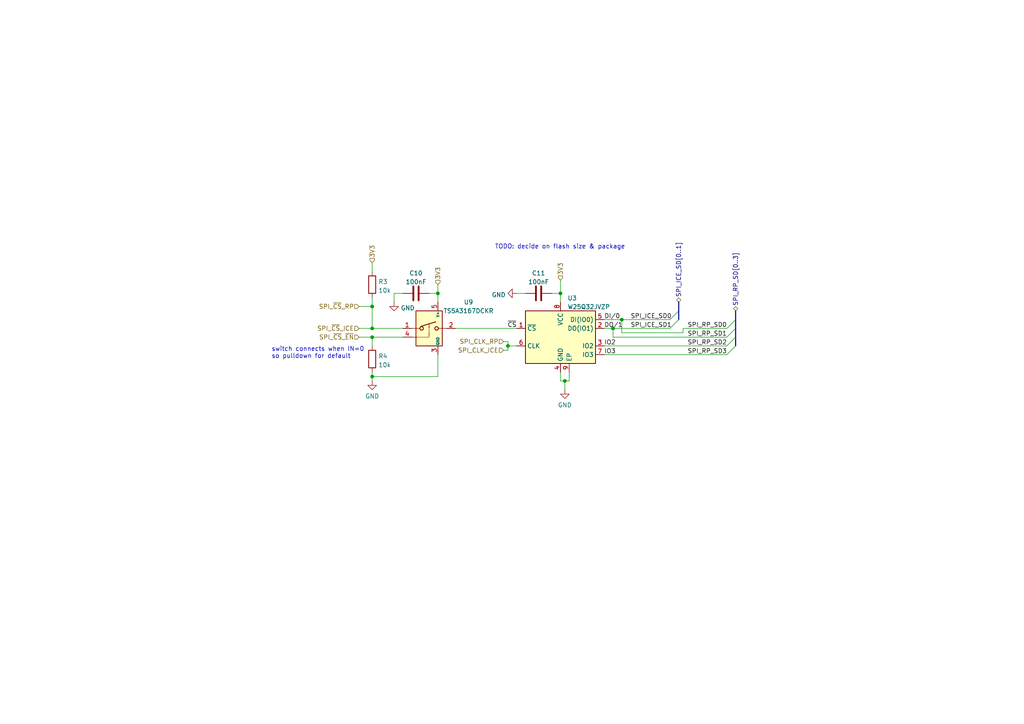
<source format=kicad_sch>
(kicad_sch (version 20211123) (generator eeschema)
  (paper "A4")
  (lib_symbols
    (symbol "Analog_Switch:TS5A3166DCKR" (pin_names (offset 0.127))
      (property "Reference" "U" (at -3.81 6.35 0))
      (property "Value" "TS5A3166DCKR" (at 3.81 -6.35 0))
      (symbol "TS5A3166DCKR_0_1"
        (polyline (pts (xy -5.08 -2.54) (xy -3.302 -2.54)))
        (polyline (pts (xy -3.048 -2.54) (xy -2.794 -2.54)))
        (polyline (pts (xy -2.54 -2.54) (xy -2.286 -2.54)))
        (polyline (pts (xy -2.032 -2.54) (xy -1.778 -2.54)))
        (polyline (pts (xy -1.524 -2.54) (xy -1.27 -2.54)))
        (polyline (pts (xy -1.016 -2.54) (xy -0.762 -2.54)))
        (polyline (pts (xy -0.508 -2.54) (xy -0.254 -2.54)))
        (polyline (pts (xy 0 -2.032) (xy 0 -1.778)))
        (polyline (pts (xy 0 -1.524) (xy 0 -1.27)))
      )
      (symbol "TS5A3166DCKR_1_1"
        (rectangle (start -3.81 5.08) (end 3.81 -5.08) (stroke (width 0.254)) (fill (type background)))
        (circle (center -2.159 0) (radius 0.508) (stroke (width 0.254)))
        (polyline (pts (xy -5.08 0) (xy -2.794 0)))
        (polyline (pts (xy -2.286 0.635) (xy 1.905 1.905)) (stroke (width 0.254)))
        (polyline (pts (xy 0 -2.54) (xy 0 -2.286)))
        (polyline (pts (xy 0 -2.032) (xy 0 -1.778)))
        (polyline (pts (xy 0 -1.524) (xy 0 -1.27)))
        (polyline (pts (xy 0 -1.016) (xy 0 -0.762)))
        (polyline (pts (xy 0 -0.508) (xy 0 -0.254)))
        (polyline (pts (xy 0 0) (xy 0 0.508)))
        (polyline (pts (xy 0 0.254) (xy 0 1.27)))
        (polyline (pts (xy 5.08 0) (xy 2.794 0)))
        (circle (center 2.159 0) (radius 0.508) (stroke (width 0.254)))
        (pin passive line (at -7.62 0 0) (length 2.54) (name "~") (number "1"))
        (pin passive line (at 7.62 0 180) (length 2.54) (name "~") (number "2"))
        (pin power_in line (at 2.54 -7.62 90) (length 2.54) (name "GND") (number "3"))
        (pin input line (at -7.62 -2.54 0) (length 2.54) (name "~") (number "4"))
        (pin power_in line (at 2.54 7.62 270) (length 2.54) (name "V+") (number "5"))
      )
    )
    (symbol "Device:C" (pin_numbers hide) (pin_names (offset 0.254))
      (property "Reference" "C" (at 0.635 2.54 0))
      (property "Value" "C" (at 0.635 -2.54 0))
      (symbol "C_0_1"
        (polyline (pts (xy -2.032 -0.762) (xy 2.032 -0.762)) (stroke (width 0.508)))
        (polyline (pts (xy -2.032 0.762) (xy 2.032 0.762)) (stroke (width 0.508)))
      )
      (symbol "C_1_1"
        (pin passive line (at 0 3.81 270) (length 2.794) (name "~") (number "1"))
        (pin passive line (at 0 -3.81 90) (length 2.794) (name "~") (number "2"))
      )
    )
    (symbol "Device:R" (pin_numbers hide) (pin_names (offset 0))
      (property "Reference" "R" (at 2.032 0 90))
      (property "Value" "R" (at 0 0 90))
      (symbol "R_0_1"
        (rectangle (start -1.016 -2.54) (end 1.016 2.54) (stroke (width 0.254)))
      )
      (symbol "R_1_1"
        (pin passive line (at 0 3.81 270) (length 1.27) (name "~") (number "1"))
        (pin passive line (at 0 -3.81 90) (length 1.27) (name "~") (number "2"))
      )
    )
    (symbol "Memory_Flash:W25Q32JVZP"
      (property "Reference" "U" (at -8.89 8.89 0))
      (property "Value" "W25Q32JVZP" (at 7.62 8.89 0))
      (symbol "W25Q32JVZP_0_1"
        (rectangle (start -10.16 7.62) (end 10.16 -7.62) (stroke (width 0.254)) (fill (type background)))
      )
      (symbol "W25Q32JVZP_1_1"
        (pin input line (at -12.7 2.54 0) (length 2.54) (name "~{CS}") (number "1"))
        (pin bidirectional line (at 12.7 2.54 180) (length 2.54) (name "DO(IO1)") (number "2"))
        (pin bidirectional line (at 12.7 -2.54 180) (length 2.54) (name "IO2") (number "3"))
        (pin power_in line (at 0 -10.16 90) (length 2.54) (name "GND") (number "4"))
        (pin bidirectional line (at 12.7 5.08 180) (length 2.54) (name "DI(IO0)") (number "5"))
        (pin input line (at -12.7 -2.54 0) (length 2.54) (name "CLK") (number "6"))
        (pin bidirectional line (at 12.7 -5.08 180) (length 2.54) (name "IO3") (number "7"))
        (pin power_in line (at 0 10.16 270) (length 2.54) (name "VCC") (number "8"))
        (pin passive line (at 2.54 -10.16 90) (length 2.54) (name "EP") (number "9"))
      )
    )
    (symbol "power:GND" (power) (pin_names (offset 0))
      (property "Value" "GND" (at 0 -3.81 0))
      (symbol "GND_0_1"
        (polyline (pts (xy 0 0) (xy 0 -1.27) (xy 1.27 -1.27) (xy 0 -2.54) (xy -1.27 -1.27) (xy 0 -1.27)))
      )
      (symbol "GND_1_1"
        (pin power_in line (at 0 0 270) (length 0) hide (name "GND") (number "1"))
      )
    )
  )
  (junction (at 107.95 88.9))
  (junction (at 180.34 92.71))
  (junction (at 107.95 95.25))
  (junction (at 107.95 109.22))
  (junction (at 163.83 110.49))
  (junction (at 162.56 85.09))
  (junction (at 177.8 95.25))
  (junction (at 127 85.09))
  (junction (at 107.95 97.79))
  (junction (at 147.32 100.33))
  (bus_entry (at 210.82 100.33) (size 2.54 -2.54))
  (bus_entry (at 210.82 97.79) (size 2.54 -2.54))
  (bus_entry (at 210.82 95.25) (size 2.54 -2.54))
  (bus_entry (at 194.31 95.25) (size 2.54 -2.54))
  (bus_entry (at 194.31 92.71) (size 2.54 -2.54))
  (bus_entry (at 210.82 102.87) (size 2.54 -2.54))
  (wire (pts (xy 147.32 100.33) (xy 149.86 100.33)))
  (wire (pts (xy 165.1 107.95) (xy 165.1 110.49)))
  (wire (pts (xy 165.1 110.49) (xy 163.83 110.49)))
  (wire (pts (xy 107.95 88.9) (xy 107.95 95.25)))
  (wire (pts (xy 104.14 88.9) (xy 107.95 88.9)))
  (wire (pts (xy 127 109.22) (xy 107.95 109.22)))
  (wire (pts (xy 180.34 96.52) (xy 198.12 96.52)))
  (wire (pts (xy 147.32 101.6) (xy 146.05 101.6)))
  (wire (pts (xy 107.95 109.22) (xy 107.95 110.49)))
  (wire (pts (xy 127 82.55) (xy 127 85.09)))
  (wire (pts (xy 160.02 85.09) (xy 162.56 85.09)))
  (wire (pts (xy 114.3 85.09) (xy 114.3 87.63)))
  (bus (pts (xy 196.85 87.63) (xy 196.85 90.17)))
  (wire (pts (xy 132.08 95.25) (xy 149.86 95.25)))
  (wire (pts (xy 177.8 97.79) (xy 210.82 97.79)))
  (wire (pts (xy 124.46 85.09) (xy 127 85.09)))
  (bus (pts (xy 213.36 100.33) (xy 213.36 97.79)))
  (wire (pts (xy 177.8 97.79) (xy 177.8 95.25)))
  (bus (pts (xy 196.85 92.71) (xy 196.85 90.17)))
  (wire (pts (xy 149.86 85.09) (xy 152.4 85.09)))
  (wire (pts (xy 180.34 92.71) (xy 194.31 92.71)))
  (wire (pts (xy 107.95 95.25) (xy 104.14 95.25)))
  (wire (pts (xy 175.26 92.71) (xy 180.34 92.71)))
  (wire (pts (xy 162.56 85.09) (xy 162.56 87.63)))
  (wire (pts (xy 116.84 85.09) (xy 114.3 85.09)))
  (wire (pts (xy 198.12 95.25) (xy 210.82 95.25)))
  (wire (pts (xy 107.95 95.25) (xy 116.84 95.25)))
  (wire (pts (xy 180.34 92.71) (xy 180.34 96.52)))
  (wire (pts (xy 175.26 102.87) (xy 210.82 102.87)))
  (wire (pts (xy 147.32 99.06) (xy 147.32 100.33)))
  (wire (pts (xy 107.95 107.95) (xy 107.95 109.22)))
  (wire (pts (xy 162.56 110.49) (xy 162.56 107.95)))
  (wire (pts (xy 177.8 95.25) (xy 194.31 95.25)))
  (wire (pts (xy 107.95 86.36) (xy 107.95 88.9)))
  (wire (pts (xy 146.05 99.06) (xy 147.32 99.06)))
  (wire (pts (xy 107.95 97.79) (xy 116.84 97.79)))
  (wire (pts (xy 163.83 110.49) (xy 163.83 113.03)))
  (wire (pts (xy 175.26 95.25) (xy 177.8 95.25)))
  (wire (pts (xy 175.26 100.33) (xy 210.82 100.33)))
  (wire (pts (xy 127 85.09) (xy 127 87.63)))
  (wire (pts (xy 107.95 97.79) (xy 107.95 100.33)))
  (wire (pts (xy 127 102.87) (xy 127 109.22)))
  (wire (pts (xy 104.14 97.79) (xy 107.95 97.79)))
  (wire (pts (xy 163.83 110.49) (xy 162.56 110.49)))
  (wire (pts (xy 147.32 100.33) (xy 147.32 101.6)))
  (wire (pts (xy 162.56 81.28) (xy 162.56 85.09)))
  (wire (pts (xy 107.95 76.2) (xy 107.95 78.74)))
  (bus (pts (xy 213.36 97.79) (xy 213.36 95.25)))
  (bus (pts (xy 213.36 95.25) (xy 213.36 92.71)))
  (wire (pts (xy 198.12 96.52) (xy 198.12 95.25)))
  (bus (pts (xy 213.36 90.17) (xy 213.36 92.71)))
  (text "switch connects when IN=0\nso pulldown for default" (at 78.74 104.14 0) (effects (font (size 1.27 1.27)) (justify left bottom)))
  (text "TODO: decide on flash size & package" (at 143.51 72.39 0) (effects (font (size 1.27 1.27)) (justify left bottom)))
  (label "SPI_RP_SD3" (at 199.39 102.87 0))
  (label "IO2" (at 175.26 100.33 0))
  (label "SPI_ICE_SD1" (at 182.88 95.25 0))
  (label "SPI_RP_SD1" (at 199.39 97.79 0))
  (label "DI{slash}0" (at 175.26 92.71 0))
  (label "SPI_RP_SD0" (at 199.39 95.25 0))
  (label "IO3" (at 175.26 102.87 0))
  (label "SPI_RP_SD2" (at 199.39 100.33 0))
  (label "DO{slash}1" (at 175.26 95.25 0))
  (label "SPI_ICE_SD0" (at 182.88 92.71 0))
  (label "~{CS}" (at 149.86 95.25 180))
  (hierarchical_label "3V3" (shape input) (at 107.95 76.2 90))
  (hierarchical_label "3V3" (shape input) (at 127 82.55 90))
  (hierarchical_label "SPI_~{CS}_ICE" (shape input) (at 104.14 95.25 180))
  (hierarchical_label "SPI_ICE_SD[0..1]" (shape bidirectional) (at 196.85 87.63 90))
  (hierarchical_label "3V3" (shape input) (at 162.56 81.28 90))
  (hierarchical_label "SPI_~{CS}_~{EN}" (shape input) (at 104.14 97.79 180))
  (hierarchical_label "SPI_~{CS}_RP" (shape input) (at 104.14 88.9 180))
  (hierarchical_label "SPI_CLK_ICE" (shape input) (at 146.05 101.6 180))
  (hierarchical_label "SPI_RP_SD[0..3]" (shape bidirectional) (at 213.36 90.17 90))
  (hierarchical_label "SPI_CLK_RP" (shape input) (at 146.05 99.06 180))
  (symbol (lib_id "Memory_Flash:W25Q32JVZP") (at 162.56 97.79 0) (unit 1)
    (property "Reference" "U3" (at 164.5794 86.4702 0) (effects (justify left)))
    (property "Value" "W25Q32JVZP" (at 164.5794 89.0071 0) (effects (justify left)))
    (property "Footprint" "Package_SON:WSON-8-1EP_6x5mm_P1.27mm_EP3.4x4.3mm" (effects hide))
    (property "Datasheet" "http://www.winbond.com/resource-files/w25q32jv%20revg%2003272018%20plus.pdf" (effects hide))
  )
  (symbol (lib_id "power:GND") (at 114.3 87.63 0) (unit 1)
    (property "Reference" "#PWR015" (effects hide))
    (property "Value" "GND" (at 116.205 89.3338 0) (effects (justify left)))
  )
  (symbol (lib_id "power:GND") (at 107.95 110.49 0) (unit 1)
    (property "Reference" "#PWR014" (effects hide))
    (property "Value" "GND" (at 107.95 114.9334 0))
  )
  (symbol (lib_id "power:GND") (at 149.86 85.09 270) (unit 1)
    (property "Reference" "#PWR016" (effects hide))
    (property "Value" "GND" (at 146.6851 85.5238 90) (effects (justify right)))
  )
  (symbol (lib_id "Device:R") (at 107.95 104.14 0) (unit 1)
    (property "Reference" "R4" (at 109.728 103.3053 0) (effects (justify left)))
    (property "Value" "10k" (at 109.728 105.8422 0) (effects (justify left)))
  )
  (symbol (lib_id "Device:C") (at 120.65 85.09 90) (unit 1)
    (property "Reference" "C10" (at 120.65 79.2312 90))
    (property "Value" "100nF" (at 120.65 81.7681 90))
  )
  (symbol (lib_id "power:GND") (at 163.83 113.03 0) (unit 1)
    (property "Reference" "#PWR017" (effects hide))
    (property "Value" "GND" (at 163.83 117.4734 0))
  )
  (symbol (lib_id "Device:R") (at 107.95 82.55 0) (unit 1)
    (property "Reference" "R3" (at 109.728 81.7153 0) (effects (justify left)))
    (property "Value" "10k" (at 109.728 84.2522 0) (effects (justify left)))
  )
  (symbol (lib_id "Analog_Switch:TS5A3166DCKR") (at 124.46 95.25 0) (unit 1)
    (property "Reference" "U9" (at 135.89 87.63 0))
    (property "Value" "TS5A3167DCKR" (at 135.89 90.1669 0))
    (property "Footprint" "Package_TO_SOT_SMD:SOT-353_SC-70-5" (effects hide))
    (property "Datasheet" " http://www.ti.com/lit/ds/symlink/ts5a3166.pdf" (effects hide))
  )
  (symbol (lib_id "Device:C") (at 156.21 85.09 90) (unit 1)
    (property "Reference" "C11" (at 156.21 79.2312 90))
    (property "Value" "100nF" (at 156.21 81.7681 90))
  )
)
</source>
